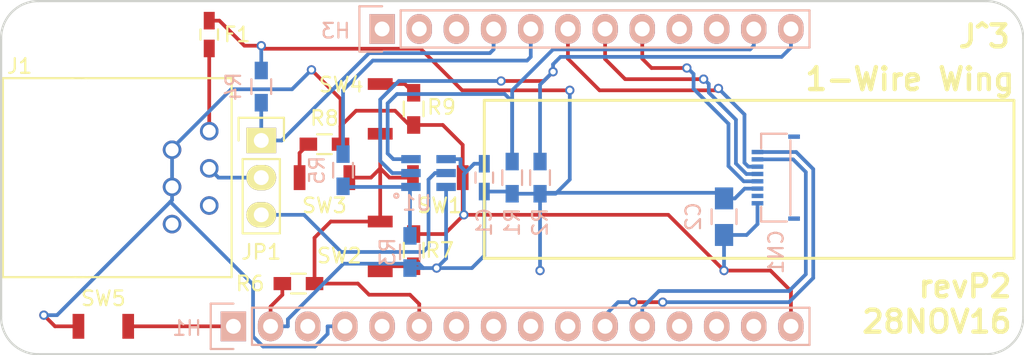
<source format=kicad_pcb>
(kicad_pcb (version 20171130) (host pcbnew "(5.1.12)-1")

  (general
    (thickness 1.6)
    (drawings 15)
    (tracks 228)
    (zones 0)
    (modules 23)
    (nets 38)
  )

  (page A4)
  (layers
    (0 F.Cu signal)
    (31 B.Cu signal)
    (32 B.Adhes user)
    (33 F.Adhes user)
    (34 B.Paste user)
    (35 F.Paste user)
    (36 B.SilkS user)
    (37 F.SilkS user)
    (38 B.Mask user)
    (39 F.Mask user)
    (40 Dwgs.User user)
    (41 Cmts.User user)
    (42 Eco1.User user)
    (43 Eco2.User user)
    (44 Edge.Cuts user)
    (45 Margin user)
    (46 B.CrtYd user)
    (47 F.CrtYd user)
    (48 B.Fab user)
    (49 F.Fab user)
  )

  (setup
    (last_trace_width 0.254)
    (trace_clearance 0.1905)
    (zone_clearance 0.508)
    (zone_45_only no)
    (trace_min 0.127)
    (via_size 0.635)
    (via_drill 0.381)
    (via_min_size 0.6096)
    (via_min_drill 0.3048)
    (uvia_size 0.6096)
    (uvia_drill 0.3048)
    (uvias_allowed no)
    (uvia_min_size 0.2)
    (uvia_min_drill 0.1)
    (edge_width 0.15)
    (segment_width 0.2)
    (pcb_text_width 0.3)
    (pcb_text_size 1.5 1.5)
    (mod_edge_width 0.15)
    (mod_text_size 1 1)
    (mod_text_width 0.15)
    (pad_size 3.81 3.81)
    (pad_drill 2.54)
    (pad_to_mask_clearance 0.2)
    (aux_axis_origin 105.0925 120.9675)
    (grid_origin 105.0925 120.9675)
    (visible_elements 7FFFFF7F)
    (pcbplotparams
      (layerselection 0x010fc_80000001)
      (usegerberextensions false)
      (usegerberattributes true)
      (usegerberadvancedattributes true)
      (creategerberjobfile true)
      (excludeedgelayer true)
      (linewidth 0.150000)
      (plotframeref false)
      (viasonmask false)
      (mode 1)
      (useauxorigin false)
      (hpglpennumber 1)
      (hpglpenspeed 20)
      (hpglpendiameter 15.000000)
      (psnegative false)
      (psa4output false)
      (plotreference true)
      (plotvalue true)
      (plotinvisibletext false)
      (padsonsilk false)
      (subtractmaskfromsilk false)
      (outputformat 1)
      (mirror false)
      (drillshape 0)
      (scaleselection 1)
      (outputdirectory "GERBERS/"))
  )

  (net 0 "")
  (net 1 +3V3)
  (net 2 GND)
  (net 3 /SCLK)
  (net 4 /MOSI)
  (net 5 /CS)
  (net 6 /EXTCOMIN)
  (net 7 /DISP)
  (net 8 "Net-(CN1-Pad7)")
  (net 9 "Net-(F1-Pad2)")
  (net 10 /~RESET)
  (net 11 "Net-(H1-Pad3)")
  (net 12 "Net-(H1-Pad5)")
  (net 13 "Net-(H1-Pad6)")
  (net 14 "Net-(H1-Pad7)")
  (net 15 "Net-(H1-Pad8)")
  (net 16 "Net-(H1-Pad9)")
  (net 17 "Net-(H1-Pad10)")
  (net 18 "Net-(H1-Pad13)")
  (net 19 "Net-(H1-Pad14)")
  (net 20 "Net-(H1-Pad15)")
  (net 21 "Net-(H3-Pad1)")
  (net 22 "Net-(H3-Pad2)")
  (net 23 "Net-(H3-Pad3)")
  (net 24 /OWM)
  (net 25 /~SLPZ)
  (net 26 "Net-(H3-Pad9)")
  (net 27 "Net-(H3-Pad10)")
  (net 28 /SCL)
  (net 29 /SDA)
  (net 30 /1-Wire)
  (net 31 "Net-(JP1-Pad3)")
  (net 32 "Net-(R7-Pad1)")
  (net 33 "Net-(R8-Pad1)")
  (net 34 "Net-(R9-Pad1)")
  (net 35 "Net-(R3-Pad2)")
  (net 36 "Net-(J1-Pad5)")
  (net 37 "Net-(J1-Pad6)")

  (net_class Default "This is the default net class."
    (clearance 0.1905)
    (trace_width 0.254)
    (via_dia 0.635)
    (via_drill 0.381)
    (uvia_dia 0.6096)
    (uvia_drill 0.3048)
    (add_net +3V3)
    (add_net /1-Wire)
    (add_net /CS)
    (add_net /DISP)
    (add_net /EXTCOMIN)
    (add_net /MOSI)
    (add_net /OWM)
    (add_net /SCL)
    (add_net /SCLK)
    (add_net /SDA)
    (add_net /~RESET)
    (add_net /~SLPZ)
    (add_net GND)
    (add_net "Net-(CN1-Pad7)")
    (add_net "Net-(F1-Pad2)")
    (add_net "Net-(H1-Pad10)")
    (add_net "Net-(H1-Pad13)")
    (add_net "Net-(H1-Pad14)")
    (add_net "Net-(H1-Pad15)")
    (add_net "Net-(H1-Pad3)")
    (add_net "Net-(H1-Pad5)")
    (add_net "Net-(H1-Pad6)")
    (add_net "Net-(H1-Pad7)")
    (add_net "Net-(H1-Pad8)")
    (add_net "Net-(H1-Pad9)")
    (add_net "Net-(H3-Pad1)")
    (add_net "Net-(H3-Pad10)")
    (add_net "Net-(H3-Pad2)")
    (add_net "Net-(H3-Pad3)")
    (add_net "Net-(H3-Pad9)")
    (add_net "Net-(J1-Pad5)")
    (add_net "Net-(J1-Pad6)")
    (add_net "Net-(JP1-Pad3)")
    (add_net "Net-(R3-Pad2)")
    (add_net "Net-(R7-Pad1)")
    (add_net "Net-(R8-Pad1)")
    (add_net "Net-(R9-Pad1)")
  )

  (module Capacitors_SMD:C_0603_HandSoldering (layer B.Cu) (tedit 5802820B) (tstamp 5801CDA1)
    (at 138.112 108.902 90)
    (descr "Capacitor SMD 0603, hand soldering")
    (tags "capacitor 0603")
    (path /57F97330)
    (attr smd)
    (fp_text reference C1 (at -3.048 0 90) (layer B.SilkS)
      (effects (font (size 1 1) (thickness 0.15)) (justify mirror))
    )
    (fp_text value 0.1uF (at 0 -1.9 90) (layer B.Fab) hide
      (effects (font (size 1 1) (thickness 0.15)) (justify mirror))
    )
    (fp_line (start -0.8 -0.4) (end -0.8 0.4) (layer B.Fab) (width 0.15))
    (fp_line (start 0.8 -0.4) (end -0.8 -0.4) (layer B.Fab) (width 0.15))
    (fp_line (start 0.8 0.4) (end 0.8 -0.4) (layer B.Fab) (width 0.15))
    (fp_line (start -0.8 0.4) (end 0.8 0.4) (layer B.Fab) (width 0.15))
    (fp_line (start -1.85 0.75) (end 1.85 0.75) (layer B.CrtYd) (width 0.05))
    (fp_line (start -1.85 -0.75) (end 1.85 -0.75) (layer B.CrtYd) (width 0.05))
    (fp_line (start -1.85 0.75) (end -1.85 -0.75) (layer B.CrtYd) (width 0.05))
    (fp_line (start 1.85 0.75) (end 1.85 -0.75) (layer B.CrtYd) (width 0.05))
    (fp_line (start -0.35 0.6) (end 0.35 0.6) (layer B.SilkS) (width 0.15))
    (fp_line (start 0.35 -0.6) (end -0.35 -0.6) (layer B.SilkS) (width 0.15))
    (pad 1 smd rect (at -0.95 0 90) (size 1.2 0.75) (layers B.Cu B.Paste B.Mask)
      (net 1 +3V3))
    (pad 2 smd rect (at 0.95 0 90) (size 1.2 0.75) (layers B.Cu B.Paste B.Mask)
      (net 2 GND))
    (model Capacitors_SMD.3dshapes/C_0603_HandSoldering.wrl
      (at (xyz 0 0 0))
      (scale (xyz 1 1 1))
      (rotate (xyz 0 0 0))
    )
  )

  (module Capacitors_SMD:C_0805_HandSoldering (layer B.Cu) (tedit 58028020) (tstamp 5801CDA7)
    (at 154.496 111.57 270)
    (descr "Capacitor SMD 0805, hand soldering")
    (tags "capacitor 0805")
    (path /57F9E374)
    (attr smd)
    (fp_text reference C2 (at 0 2.1 270) (layer B.SilkS)
      (effects (font (size 1 1) (thickness 0.15)) (justify mirror))
    )
    (fp_text value 2uF (at 0 -2.1 270) (layer B.Fab) hide
      (effects (font (size 1 1) (thickness 0.15)) (justify mirror))
    )
    (fp_line (start -1 -0.625) (end -1 0.625) (layer B.Fab) (width 0.15))
    (fp_line (start 1 -0.625) (end -1 -0.625) (layer B.Fab) (width 0.15))
    (fp_line (start 1 0.625) (end 1 -0.625) (layer B.Fab) (width 0.15))
    (fp_line (start -1 0.625) (end 1 0.625) (layer B.Fab) (width 0.15))
    (fp_line (start -2.3 1) (end 2.3 1) (layer B.CrtYd) (width 0.05))
    (fp_line (start -2.3 -1) (end 2.3 -1) (layer B.CrtYd) (width 0.05))
    (fp_line (start -2.3 1) (end -2.3 -1) (layer B.CrtYd) (width 0.05))
    (fp_line (start 2.3 1) (end 2.3 -1) (layer B.CrtYd) (width 0.05))
    (fp_line (start 0.5 0.85) (end -0.5 0.85) (layer B.SilkS) (width 0.15))
    (fp_line (start -0.5 -0.85) (end 0.5 -0.85) (layer B.SilkS) (width 0.15))
    (pad 1 smd rect (at -1.25 0 270) (size 1.5 1.25) (layers B.Cu B.Paste B.Mask)
      (net 1 +3V3))
    (pad 2 smd rect (at 1.25 0 270) (size 1.5 1.25) (layers B.Cu B.Paste B.Mask)
      (net 2 GND))
    (model Capacitors_SMD.3dshapes/C_0805_HandSoldering.wrl
      (at (xyz 0 0 0))
      (scale (xyz 1 1 1))
      (rotate (xyz 0 0 0))
    )
  )

  (module "HIROSE_Connectors:HIROSE_FH19C-8S-0.5SH(05)" (layer B.Cu) (tedit 5802846D) (tstamp 5801CDB5)
    (at 156.782 108.902 270)
    (path /57F9DEDF)
    (fp_text reference CN1 (at 5.08 -1.27 270) (layer B.SilkS)
      (effects (font (size 1 1) (thickness 0.15)) (justify mirror))
    )
    (fp_text value CONN_01X08 (at 0 3.5 270) (layer B.Fab) hide
      (effects (font (size 1 1) (thickness 0.15)) (justify mirror))
    )
    (fp_line (start -2.55 -2.25) (end 2.55 -2.25) (layer B.SilkS) (width 0.15))
    (fp_line (start 3 -0.25) (end 3 -2) (layer B.SilkS) (width 0.15))
    (fp_line (start -3 -0.25) (end -3 -2) (layer B.SilkS) (width 0.15))
    (fp_line (start 3 -0.25) (end 2 -0.25) (layer B.SilkS) (width 0.15))
    (fp_line (start -3 -0.25) (end -2 -0.25) (layer B.SilkS) (width 0.15))
    (pad 1 smd rect (at -1.75 0 270) (size 0.3 0.8) (layers B.Cu B.Paste B.Mask)
      (net 3 /SCLK))
    (pad 2 smd rect (at -1.25 0 270) (size 0.3 0.8) (layers B.Cu B.Paste B.Mask)
      (net 4 /MOSI))
    (pad 3 smd rect (at -0.75 0 270) (size 0.3 0.8) (layers B.Cu B.Paste B.Mask)
      (net 5 /CS))
    (pad 4 smd rect (at -0.25 0 270) (size 0.3 0.8) (layers B.Cu B.Paste B.Mask)
      (net 6 /EXTCOMIN))
    (pad 5 smd rect (at 0.25 0 270) (size 0.3 0.8) (layers B.Cu B.Paste B.Mask)
      (net 7 /DISP))
    (pad 6 smd rect (at 0.75 0 270) (size 0.3 0.8) (layers B.Cu B.Paste B.Mask)
      (net 1 +3V3))
    (pad 7 smd rect (at 1.25 0 270) (size 0.3 0.8) (layers B.Cu B.Paste B.Mask)
      (net 8 "Net-(CN1-Pad7)"))
    (pad 8 smd rect (at 1.75 0 270) (size 0.3 0.8) (layers B.Cu B.Paste B.Mask)
      (net 2 GND))
    (pad "" smd rect (at -2.8 -2.5 270) (size 0.3 0.8) (layers B.Cu B.Paste B.Mask))
    (pad "" smd rect (at 2.8 -2.5 270) (size 0.3 0.8) (layers B.Cu B.Paste B.Mask))
  )

  (module Capacitors_SMD:C_0603_HandSoldering (layer F.Cu) (tedit 58028C7C) (tstamp 5801CDBB)
    (at 119.316 99.1235 270)
    (descr "Capacitor SMD 0603, hand soldering")
    (tags "capacitor 0603")
    (path /57F9D631)
    (attr smd)
    (fp_text reference F1 (at 0 -1.9) (layer F.SilkS)
      (effects (font (size 1 1) (thickness 0.15)))
    )
    (fp_text value FUSE (at 0 1.9 270) (layer F.Fab) hide
      (effects (font (size 1 1) (thickness 0.15)))
    )
    (fp_line (start -0.8 0.4) (end -0.8 -0.4) (layer F.Fab) (width 0.15))
    (fp_line (start 0.8 0.4) (end -0.8 0.4) (layer F.Fab) (width 0.15))
    (fp_line (start 0.8 -0.4) (end 0.8 0.4) (layer F.Fab) (width 0.15))
    (fp_line (start -0.8 -0.4) (end 0.8 -0.4) (layer F.Fab) (width 0.15))
    (fp_line (start -1.85 -0.75) (end 1.85 -0.75) (layer F.CrtYd) (width 0.05))
    (fp_line (start -1.85 0.75) (end 1.85 0.75) (layer F.CrtYd) (width 0.05))
    (fp_line (start -1.85 -0.75) (end -1.85 0.75) (layer F.CrtYd) (width 0.05))
    (fp_line (start 1.85 -0.75) (end 1.85 0.75) (layer F.CrtYd) (width 0.05))
    (fp_line (start -0.35 -0.6) (end 0.35 -0.6) (layer F.SilkS) (width 0.15))
    (fp_line (start 0.35 0.6) (end -0.35 0.6) (layer F.SilkS) (width 0.15))
    (pad 1 smd rect (at -0.95 0 270) (size 1.2 0.75) (layers F.Cu F.Paste F.Mask)
      (net 1 +3V3))
    (pad 2 smd rect (at 0.95 0 270) (size 1.2 0.75) (layers F.Cu F.Paste F.Mask)
      (net 9 "Net-(F1-Pad2)"))
    (model Capacitors_SMD.3dshapes/C_0603_HandSoldering.wrl
      (at (xyz 0 0 0))
      (scale (xyz 1 1 1))
      (rotate (xyz 0 0 0))
    )
  )

  (module Pin_Headers:Pin_Header_Straight_1x16 (layer B.Cu) (tedit 58028CB9) (tstamp 5801CDCF)
    (at 120.968 119.062 270)
    (descr "Through hole pin header")
    (tags "pin header")
    (path /57F96864)
    (fp_text reference H1 (at 0.127 3.175 180) (layer B.SilkS)
      (effects (font (size 1 1) (thickness 0.15)) (justify mirror))
    )
    (fp_text value CONN_01X16 (at 0 3.1 270) (layer B.Fab) hide
      (effects (font (size 1 1) (thickness 0.15)) (justify mirror))
    )
    (fp_line (start -1.75 1.75) (end -1.75 -39.85) (layer B.CrtYd) (width 0.05))
    (fp_line (start 1.75 1.75) (end 1.75 -39.85) (layer B.CrtYd) (width 0.05))
    (fp_line (start -1.75 1.75) (end 1.75 1.75) (layer B.CrtYd) (width 0.05))
    (fp_line (start -1.75 -39.85) (end 1.75 -39.85) (layer B.CrtYd) (width 0.05))
    (fp_line (start -1.27 -1.27) (end -1.27 -39.37) (layer B.SilkS) (width 0.15))
    (fp_line (start -1.27 -39.37) (end 1.27 -39.37) (layer B.SilkS) (width 0.15))
    (fp_line (start 1.27 -39.37) (end 1.27 -1.27) (layer B.SilkS) (width 0.15))
    (fp_line (start 1.55 1.55) (end 1.55 0) (layer B.SilkS) (width 0.15))
    (fp_line (start 1.27 -1.27) (end -1.27 -1.27) (layer B.SilkS) (width 0.15))
    (fp_line (start -1.55 0) (end -1.55 1.55) (layer B.SilkS) (width 0.15))
    (fp_line (start -1.55 1.55) (end 1.55 1.55) (layer B.SilkS) (width 0.15))
    (pad 1 thru_hole rect (at 0 0 270) (size 2.032 1.7272) (drill 1.016) (layers *.Cu *.Mask B.SilkS)
      (net 10 /~RESET))
    (pad 2 thru_hole oval (at 0 -2.54 270) (size 2.032 1.7272) (drill 1.016) (layers *.Cu *.Mask B.SilkS)
      (net 1 +3V3))
    (pad 3 thru_hole oval (at 0 -5.08 270) (size 2.032 1.7272) (drill 1.016) (layers *.Cu *.Mask B.SilkS)
      (net 11 "Net-(H1-Pad3)"))
    (pad 4 thru_hole oval (at 0 -7.62 270) (size 2.032 1.7272) (drill 1.016) (layers *.Cu *.Mask B.SilkS)
      (net 2 GND))
    (pad 5 thru_hole oval (at 0 -10.16 270) (size 2.032 1.7272) (drill 1.016) (layers *.Cu *.Mask B.SilkS)
      (net 12 "Net-(H1-Pad5)"))
    (pad 6 thru_hole oval (at 0 -12.7 270) (size 2.032 1.7272) (drill 1.016) (layers *.Cu *.Mask B.SilkS)
      (net 13 "Net-(H1-Pad6)"))
    (pad 7 thru_hole oval (at 0 -15.24 270) (size 2.032 1.7272) (drill 1.016) (layers *.Cu *.Mask B.SilkS)
      (net 14 "Net-(H1-Pad7)"))
    (pad 8 thru_hole oval (at 0 -17.78 270) (size 2.032 1.7272) (drill 1.016) (layers *.Cu *.Mask B.SilkS)
      (net 15 "Net-(H1-Pad8)"))
    (pad 9 thru_hole oval (at 0 -20.32 270) (size 2.032 1.7272) (drill 1.016) (layers *.Cu *.Mask B.SilkS)
      (net 16 "Net-(H1-Pad9)"))
    (pad 10 thru_hole oval (at 0 -22.86 270) (size 2.032 1.7272) (drill 1.016) (layers *.Cu *.Mask B.SilkS)
      (net 17 "Net-(H1-Pad10)"))
    (pad 11 thru_hole oval (at 0 -25.4 270) (size 2.032 1.7272) (drill 1.016) (layers *.Cu *.Mask B.SilkS)
      (net 3 /SCLK))
    (pad 12 thru_hole oval (at 0 -27.94 270) (size 2.032 1.7272) (drill 1.016) (layers *.Cu *.Mask B.SilkS)
      (net 4 /MOSI))
    (pad 13 thru_hole oval (at 0 -30.48 270) (size 2.032 1.7272) (drill 1.016) (layers *.Cu *.Mask B.SilkS)
      (net 18 "Net-(H1-Pad13)"))
    (pad 14 thru_hole oval (at 0 -33.02 270) (size 2.032 1.7272) (drill 1.016) (layers *.Cu *.Mask B.SilkS)
      (net 19 "Net-(H1-Pad14)"))
    (pad 15 thru_hole oval (at 0 -35.56 270) (size 2.032 1.7272) (drill 1.016) (layers *.Cu *.Mask B.SilkS)
      (net 20 "Net-(H1-Pad15)"))
    (pad 16 thru_hole oval (at 0 -38.1 270) (size 2.032 1.7272) (drill 1.016) (layers *.Cu *.Mask B.SilkS)
      (net 2 GND))
    (model Pin_Headers.3dshapes/Pin_Header_Straight_1x16.wrl
      (offset (xyz 0 -19.04999971389771 0))
      (scale (xyz 1 1 1))
      (rotate (xyz 0 0 90))
    )
  )

  (module Pin_Headers:Pin_Header_Straight_1x12 (layer B.Cu) (tedit 58028CC3) (tstamp 5801CDDF)
    (at 131.128 98.7425 270)
    (descr "Through hole pin header")
    (tags "pin header")
    (path /57F96A6F)
    (fp_text reference H3 (at 0.127 3.175 180) (layer B.SilkS)
      (effects (font (size 1 1) (thickness 0.15)) (justify mirror))
    )
    (fp_text value CONN_01X12 (at 0 3.1 270) (layer B.Fab) hide
      (effects (font (size 1 1) (thickness 0.15)) (justify mirror))
    )
    (fp_line (start -1.75 1.75) (end -1.75 -29.7) (layer B.CrtYd) (width 0.05))
    (fp_line (start 1.75 1.75) (end 1.75 -29.7) (layer B.CrtYd) (width 0.05))
    (fp_line (start -1.75 1.75) (end 1.75 1.75) (layer B.CrtYd) (width 0.05))
    (fp_line (start -1.75 -29.7) (end 1.75 -29.7) (layer B.CrtYd) (width 0.05))
    (fp_line (start 1.27 -1.27) (end 1.27 -29.21) (layer B.SilkS) (width 0.15))
    (fp_line (start 1.27 -29.21) (end -1.27 -29.21) (layer B.SilkS) (width 0.15))
    (fp_line (start -1.27 -29.21) (end -1.27 -1.27) (layer B.SilkS) (width 0.15))
    (fp_line (start 1.55 1.55) (end 1.55 0) (layer B.SilkS) (width 0.15))
    (fp_line (start 1.27 -1.27) (end -1.27 -1.27) (layer B.SilkS) (width 0.15))
    (fp_line (start -1.55 0) (end -1.55 1.55) (layer B.SilkS) (width 0.15))
    (fp_line (start -1.55 1.55) (end 1.55 1.55) (layer B.SilkS) (width 0.15))
    (pad 1 thru_hole rect (at 0 0 270) (size 2.032 1.7272) (drill 1.016) (layers *.Cu *.Mask B.SilkS)
      (net 21 "Net-(H3-Pad1)"))
    (pad 2 thru_hole oval (at 0 -2.54 270) (size 2.032 1.7272) (drill 1.016) (layers *.Cu *.Mask B.SilkS)
      (net 22 "Net-(H3-Pad2)"))
    (pad 3 thru_hole oval (at 0 -5.08 270) (size 2.032 1.7272) (drill 1.016) (layers *.Cu *.Mask B.SilkS)
      (net 23 "Net-(H3-Pad3)"))
    (pad 4 thru_hole oval (at 0 -7.62 270) (size 2.032 1.7272) (drill 1.016) (layers *.Cu *.Mask B.SilkS)
      (net 24 /OWM))
    (pad 5 thru_hole oval (at 0 -10.16 270) (size 2.032 1.7272) (drill 1.016) (layers *.Cu *.Mask B.SilkS)
      (net 25 /~SLPZ))
    (pad 6 thru_hole oval (at 0 -12.7 270) (size 2.032 1.7272) (drill 1.016) (layers *.Cu *.Mask B.SilkS)
      (net 5 /CS))
    (pad 7 thru_hole oval (at 0 -15.24 270) (size 2.032 1.7272) (drill 1.016) (layers *.Cu *.Mask B.SilkS)
      (net 6 /EXTCOMIN))
    (pad 8 thru_hole oval (at 0 -17.78 270) (size 2.032 1.7272) (drill 1.016) (layers *.Cu *.Mask B.SilkS)
      (net 7 /DISP))
    (pad 9 thru_hole oval (at 0 -20.32 270) (size 2.032 1.7272) (drill 1.016) (layers *.Cu *.Mask B.SilkS)
      (net 26 "Net-(H3-Pad9)"))
    (pad 10 thru_hole oval (at 0 -22.86 270) (size 2.032 1.7272) (drill 1.016) (layers *.Cu *.Mask B.SilkS)
      (net 27 "Net-(H3-Pad10)"))
    (pad 11 thru_hole oval (at 0 -25.4 270) (size 2.032 1.7272) (drill 1.016) (layers *.Cu *.Mask B.SilkS)
      (net 28 /SCL))
    (pad 12 thru_hole oval (at 0 -27.94 270) (size 2.032 1.7272) (drill 1.016) (layers *.Cu *.Mask B.SilkS)
      (net 29 /SDA))
    (model Pin_Headers.3dshapes/Pin_Header_Straight_1x12.wrl
      (offset (xyz 0 -13.96999979019165 0))
      (scale (xyz 1 1 1))
      (rotate (xyz 0 0 90))
    )
  )

  (module Pin_Headers:Pin_Header_Straight_1x03 (layer F.Cu) (tedit 58026AC8) (tstamp 5801CDE6)
    (at 122.872 106.362)
    (descr "Through hole pin header")
    (tags "pin header")
    (path /57F97A43)
    (fp_text reference JP1 (at 0 7.62) (layer F.SilkS)
      (effects (font (size 1 1) (thickness 0.15)))
    )
    (fp_text value CONN_01X03 (at 0 -3.1) (layer F.Fab) hide
      (effects (font (size 1 1) (thickness 0.15)))
    )
    (fp_line (start -1.75 -1.75) (end -1.75 6.85) (layer F.CrtYd) (width 0.05))
    (fp_line (start 1.75 -1.75) (end 1.75 6.85) (layer F.CrtYd) (width 0.05))
    (fp_line (start -1.75 -1.75) (end 1.75 -1.75) (layer F.CrtYd) (width 0.05))
    (fp_line (start -1.75 6.85) (end 1.75 6.85) (layer F.CrtYd) (width 0.05))
    (fp_line (start -1.27 1.27) (end -1.27 6.35) (layer F.SilkS) (width 0.15))
    (fp_line (start -1.27 6.35) (end 1.27 6.35) (layer F.SilkS) (width 0.15))
    (fp_line (start 1.27 6.35) (end 1.27 1.27) (layer F.SilkS) (width 0.15))
    (fp_line (start 1.55 -1.55) (end 1.55 0) (layer F.SilkS) (width 0.15))
    (fp_line (start 1.27 1.27) (end -1.27 1.27) (layer F.SilkS) (width 0.15))
    (fp_line (start -1.55 0) (end -1.55 -1.55) (layer F.SilkS) (width 0.15))
    (fp_line (start -1.55 -1.55) (end 1.55 -1.55) (layer F.SilkS) (width 0.15))
    (pad 1 thru_hole rect (at 0 0) (size 2.032 1.7272) (drill 1.016) (layers *.Cu *.Mask F.SilkS)
      (net 24 /OWM))
    (pad 2 thru_hole oval (at 0 2.54) (size 2.032 1.7272) (drill 1.016) (layers *.Cu *.Mask F.SilkS)
      (net 30 /1-Wire))
    (pad 3 thru_hole oval (at 0 5.08) (size 2.032 1.7272) (drill 1.016) (layers *.Cu *.Mask F.SilkS)
      (net 31 "Net-(JP1-Pad3)"))
    (model Pin_Headers.3dshapes/Pin_Header_Straight_1x03.wrl
      (offset (xyz 0 -2.539999961853027 0))
      (scale (xyz 1 1 1))
      (rotate (xyz 0 0 90))
    )
  )

  (module Resistors_SMD:R_0603_HandSoldering (layer B.Cu) (tedit 580281D7) (tstamp 5801CDEC)
    (at 140.018 108.902 90)
    (descr "Resistor SMD 0603, hand soldering")
    (tags "resistor 0603")
    (path /57F97D01)
    (attr smd)
    (fp_text reference R1 (at -3.048 0 90) (layer B.SilkS)
      (effects (font (size 1 1) (thickness 0.15)) (justify mirror))
    )
    (fp_text value 3.3K (at 0 -1.9 90) (layer B.Fab) hide
      (effects (font (size 1 1) (thickness 0.15)) (justify mirror))
    )
    (fp_line (start -2 0.8) (end 2 0.8) (layer B.CrtYd) (width 0.05))
    (fp_line (start -2 -0.8) (end 2 -0.8) (layer B.CrtYd) (width 0.05))
    (fp_line (start -2 0.8) (end -2 -0.8) (layer B.CrtYd) (width 0.05))
    (fp_line (start 2 0.8) (end 2 -0.8) (layer B.CrtYd) (width 0.05))
    (fp_line (start 0.5 -0.675) (end -0.5 -0.675) (layer B.SilkS) (width 0.15))
    (fp_line (start -0.5 0.675) (end 0.5 0.675) (layer B.SilkS) (width 0.15))
    (pad 1 smd rect (at -1.1 0 90) (size 1.2 0.9) (layers B.Cu B.Paste B.Mask)
      (net 1 +3V3))
    (pad 2 smd rect (at 1.1 0 90) (size 1.2 0.9) (layers B.Cu B.Paste B.Mask)
      (net 28 /SCL))
    (model Resistors_SMD.3dshapes/R_0603_HandSoldering.wrl
      (at (xyz 0 0 0))
      (scale (xyz 1 1 1))
      (rotate (xyz 0 0 0))
    )
  )

  (module Resistors_SMD:R_0603_HandSoldering (layer B.Cu) (tedit 580281E7) (tstamp 5801CDF2)
    (at 141.922 108.902 90)
    (descr "Resistor SMD 0603, hand soldering")
    (tags "resistor 0603")
    (path /57F97D54)
    (attr smd)
    (fp_text reference R2 (at -3.048 0 90) (layer B.SilkS)
      (effects (font (size 1 1) (thickness 0.15)) (justify mirror))
    )
    (fp_text value 3.3K (at 0 -1.9 90) (layer B.Fab) hide
      (effects (font (size 1 1) (thickness 0.15)) (justify mirror))
    )
    (fp_line (start -2 0.8) (end 2 0.8) (layer B.CrtYd) (width 0.05))
    (fp_line (start -2 -0.8) (end 2 -0.8) (layer B.CrtYd) (width 0.05))
    (fp_line (start -2 0.8) (end -2 -0.8) (layer B.CrtYd) (width 0.05))
    (fp_line (start 2 0.8) (end 2 -0.8) (layer B.CrtYd) (width 0.05))
    (fp_line (start 0.5 -0.675) (end -0.5 -0.675) (layer B.SilkS) (width 0.15))
    (fp_line (start -0.5 0.675) (end 0.5 0.675) (layer B.SilkS) (width 0.15))
    (pad 1 smd rect (at -1.1 0 90) (size 1.2 0.9) (layers B.Cu B.Paste B.Mask)
      (net 1 +3V3))
    (pad 2 smd rect (at 1.1 0 90) (size 1.2 0.9) (layers B.Cu B.Paste B.Mask)
      (net 29 /SDA))
    (model Resistors_SMD.3dshapes/R_0603_HandSoldering.wrl
      (at (xyz 0 0 0))
      (scale (xyz 1 1 1))
      (rotate (xyz 0 0 0))
    )
  )

  (module Resistors_SMD:R_0603_HandSoldering (layer B.Cu) (tedit 5802824C) (tstamp 5801CDF8)
    (at 133.032 113.982 90)
    (descr "Resistor SMD 0603, hand soldering")
    (tags "resistor 0603")
    (path /57F9A1E4)
    (attr smd)
    (fp_text reference R3 (at 0 -1.524 90) (layer B.SilkS)
      (effects (font (size 1 1) (thickness 0.15)) (justify mirror))
    )
    (fp_text value 2.2K (at 0 -1.9 90) (layer B.Fab) hide
      (effects (font (size 1 1) (thickness 0.15)) (justify mirror))
    )
    (fp_line (start -2 0.8) (end 2 0.8) (layer B.CrtYd) (width 0.05))
    (fp_line (start -2 -0.8) (end 2 -0.8) (layer B.CrtYd) (width 0.05))
    (fp_line (start -2 0.8) (end -2 -0.8) (layer B.CrtYd) (width 0.05))
    (fp_line (start 2 0.8) (end 2 -0.8) (layer B.CrtYd) (width 0.05))
    (fp_line (start 0.5 -0.675) (end -0.5 -0.675) (layer B.SilkS) (width 0.15))
    (fp_line (start -0.5 0.675) (end 0.5 0.675) (layer B.SilkS) (width 0.15))
    (pad 1 smd rect (at -1.1 0 90) (size 1.2 0.9) (layers B.Cu B.Paste B.Mask)
      (net 1 +3V3))
    (pad 2 smd rect (at 1.1 0 90) (size 1.2 0.9) (layers B.Cu B.Paste B.Mask)
      (net 35 "Net-(R3-Pad2)"))
    (model Resistors_SMD.3dshapes/R_0603_HandSoldering.wrl
      (at (xyz 0 0 0))
      (scale (xyz 1 1 1))
      (rotate (xyz 0 0 0))
    )
  )

  (module Resistors_SMD:R_0603_HandSoldering (layer B.Cu) (tedit 580280CD) (tstamp 5801CDFE)
    (at 122.872 102.68 270)
    (descr "Resistor SMD 0603, hand soldering")
    (tags "resistor 0603")
    (path /57F98A20)
    (attr smd)
    (fp_text reference R4 (at 0 1.9 270) (layer B.SilkS)
      (effects (font (size 1 1) (thickness 0.15)) (justify mirror))
    )
    (fp_text value 1K (at 0 -1.9 270) (layer B.Fab) hide
      (effects (font (size 1 1) (thickness 0.15)) (justify mirror))
    )
    (fp_line (start -2 0.8) (end 2 0.8) (layer B.CrtYd) (width 0.05))
    (fp_line (start -2 -0.8) (end 2 -0.8) (layer B.CrtYd) (width 0.05))
    (fp_line (start -2 0.8) (end -2 -0.8) (layer B.CrtYd) (width 0.05))
    (fp_line (start 2 0.8) (end 2 -0.8) (layer B.CrtYd) (width 0.05))
    (fp_line (start 0.5 -0.675) (end -0.5 -0.675) (layer B.SilkS) (width 0.15))
    (fp_line (start -0.5 0.675) (end 0.5 0.675) (layer B.SilkS) (width 0.15))
    (pad 1 smd rect (at -1.1 0 270) (size 1.2 0.9) (layers B.Cu B.Paste B.Mask)
      (net 1 +3V3))
    (pad 2 smd rect (at 1.1 0 270) (size 1.2 0.9) (layers B.Cu B.Paste B.Mask)
      (net 24 /OWM))
    (model Resistors_SMD.3dshapes/R_0603_HandSoldering.wrl
      (at (xyz 0 0 0))
      (scale (xyz 1 1 1))
      (rotate (xyz 0 0 0))
    )
  )

  (module Resistors_SMD:R_0603_HandSoldering (layer B.Cu) (tedit 58028295) (tstamp 5801CE04)
    (at 128.46 108.394 90)
    (descr "Resistor SMD 0603, hand soldering")
    (tags "resistor 0603")
    (path /57F994CB)
    (attr smd)
    (fp_text reference R5 (at 0 -1.778 90) (layer B.SilkS)
      (effects (font (size 1 1) (thickness 0.15)) (justify mirror))
    )
    (fp_text value DNI (at 0 -1.9 90) (layer B.Fab) hide
      (effects (font (size 1 1) (thickness 0.15)) (justify mirror))
    )
    (fp_line (start -2 0.8) (end 2 0.8) (layer B.CrtYd) (width 0.05))
    (fp_line (start -2 -0.8) (end 2 -0.8) (layer B.CrtYd) (width 0.05))
    (fp_line (start -2 0.8) (end -2 -0.8) (layer B.CrtYd) (width 0.05))
    (fp_line (start 2 0.8) (end 2 -0.8) (layer B.CrtYd) (width 0.05))
    (fp_line (start 0.5 -0.675) (end -0.5 -0.675) (layer B.SilkS) (width 0.15))
    (fp_line (start -0.5 0.675) (end 0.5 0.675) (layer B.SilkS) (width 0.15))
    (pad 1 smd rect (at -1.1 0 90) (size 1.2 0.9) (layers B.Cu B.Paste B.Mask)
      (net 35 "Net-(R3-Pad2)"))
    (pad 2 smd rect (at 1.1 0 90) (size 1.2 0.9) (layers B.Cu B.Paste B.Mask)
      (net 25 /~SLPZ))
    (model Resistors_SMD.3dshapes/R_0603_HandSoldering.wrl
      (at (xyz 0 0 0))
      (scale (xyz 1 1 1))
      (rotate (xyz 0 0 0))
    )
  )

  (module Resistors_SMD:R_0603_HandSoldering (layer F.Cu) (tedit 58028CE8) (tstamp 5801CE0A)
    (at 125.412 116.142)
    (descr "Resistor SMD 0603, hand soldering")
    (tags "resistor 0603")
    (path /58018C96)
    (attr smd)
    (fp_text reference R6 (at -3.302 0 180) (layer F.SilkS)
      (effects (font (size 1 1) (thickness 0.15)))
    )
    (fp_text value 10K (at 0 1.9) (layer F.Fab) hide
      (effects (font (size 1 1) (thickness 0.15)))
    )
    (fp_line (start -2 -0.8) (end 2 -0.8) (layer F.CrtYd) (width 0.05))
    (fp_line (start -2 0.8) (end 2 0.8) (layer F.CrtYd) (width 0.05))
    (fp_line (start -2 -0.8) (end -2 0.8) (layer F.CrtYd) (width 0.05))
    (fp_line (start 2 -0.8) (end 2 0.8) (layer F.CrtYd) (width 0.05))
    (fp_line (start 0.5 0.675) (end -0.5 0.675) (layer F.SilkS) (width 0.15))
    (fp_line (start -0.5 -0.675) (end 0.5 -0.675) (layer F.SilkS) (width 0.15))
    (pad 1 smd rect (at -1.1 0) (size 1.2 0.9) (layers F.Cu F.Paste F.Mask)
      (net 1 +3V3))
    (pad 2 smd rect (at 1.1 0) (size 1.2 0.9) (layers F.Cu F.Paste F.Mask)
      (net 13 "Net-(H1-Pad6)"))
    (model Resistors_SMD.3dshapes/R_0603_HandSoldering.wrl
      (at (xyz 0 0 0))
      (scale (xyz 1 1 1))
      (rotate (xyz 0 0 0))
    )
  )

  (module Resistors_SMD:R_0603_HandSoldering (layer F.Cu) (tedit 58028D26) (tstamp 5801CE10)
    (at 133.286 113.856 90)
    (descr "Resistor SMD 0603, hand soldering")
    (tags "resistor 0603")
    (path /58018D62)
    (attr smd)
    (fp_text reference R7 (at 0 1.778 180) (layer F.SilkS)
      (effects (font (size 1 1) (thickness 0.15)))
    )
    (fp_text value 3.3K (at 0 1.9 90) (layer F.Fab) hide
      (effects (font (size 1 1) (thickness 0.15)))
    )
    (fp_line (start -2 -0.8) (end 2 -0.8) (layer F.CrtYd) (width 0.05))
    (fp_line (start -2 0.8) (end 2 0.8) (layer F.CrtYd) (width 0.05))
    (fp_line (start -2 -0.8) (end -2 0.8) (layer F.CrtYd) (width 0.05))
    (fp_line (start 2 -0.8) (end 2 0.8) (layer F.CrtYd) (width 0.05))
    (fp_line (start 0.5 0.675) (end -0.5 0.675) (layer F.SilkS) (width 0.15))
    (fp_line (start -0.5 -0.675) (end 0.5 -0.675) (layer F.SilkS) (width 0.15))
    (pad 1 smd rect (at -1.1 0 90) (size 1.2 0.9) (layers F.Cu F.Paste F.Mask)
      (net 32 "Net-(R7-Pad1)"))
    (pad 2 smd rect (at 1.1 0 90) (size 1.2 0.9) (layers F.Cu F.Paste F.Mask)
      (net 2 GND))
    (model Resistors_SMD.3dshapes/R_0603_HandSoldering.wrl
      (at (xyz 0 0 0))
      (scale (xyz 1 1 1))
      (rotate (xyz 0 0 0))
    )
  )

  (module Resistors_SMD:R_0603_HandSoldering (layer F.Cu) (tedit 58028EC3) (tstamp 5801CE16)
    (at 127.19 106.616)
    (descr "Resistor SMD 0603, hand soldering")
    (tags "resistor 0603")
    (path /58018DAB)
    (attr smd)
    (fp_text reference R8 (at 0 -1.778 180) (layer F.SilkS)
      (effects (font (size 1 1) (thickness 0.15)))
    )
    (fp_text value 10K (at 0 1.9) (layer F.Fab) hide
      (effects (font (size 1 1) (thickness 0.15)))
    )
    (fp_line (start -2 -0.8) (end 2 -0.8) (layer F.CrtYd) (width 0.05))
    (fp_line (start -2 0.8) (end 2 0.8) (layer F.CrtYd) (width 0.05))
    (fp_line (start -2 -0.8) (end -2 0.8) (layer F.CrtYd) (width 0.05))
    (fp_line (start 2 -0.8) (end 2 0.8) (layer F.CrtYd) (width 0.05))
    (fp_line (start 0.5 0.675) (end -0.5 0.675) (layer F.SilkS) (width 0.15))
    (fp_line (start -0.5 -0.675) (end 0.5 -0.675) (layer F.SilkS) (width 0.15))
    (pad 1 smd rect (at -1.1 0) (size 1.2 0.9) (layers F.Cu F.Paste F.Mask)
      (net 33 "Net-(R8-Pad1)"))
    (pad 2 smd rect (at 1.1 0) (size 1.2 0.9) (layers F.Cu F.Paste F.Mask)
      (net 2 GND))
    (model Resistors_SMD.3dshapes/R_0603_HandSoldering.wrl
      (at (xyz 0 0 0))
      (scale (xyz 1 1 1))
      (rotate (xyz 0 0 0))
    )
  )

  (module Resistors_SMD:R_0603_HandSoldering (layer F.Cu) (tedit 58028EB5) (tstamp 5801CE1C)
    (at 133.286 104.204 270)
    (descr "Resistor SMD 0603, hand soldering")
    (tags "resistor 0603")
    (path /5801DEB4)
    (attr smd)
    (fp_text reference R9 (at -0.127 -1.905 180) (layer F.SilkS)
      (effects (font (size 1 1) (thickness 0.15)))
    )
    (fp_text value 33K (at 0 1.9 270) (layer F.Fab) hide
      (effects (font (size 1 1) (thickness 0.15)))
    )
    (fp_line (start -2 -0.8) (end 2 -0.8) (layer F.CrtYd) (width 0.05))
    (fp_line (start -2 0.8) (end 2 0.8) (layer F.CrtYd) (width 0.05))
    (fp_line (start -2 -0.8) (end -2 0.8) (layer F.CrtYd) (width 0.05))
    (fp_line (start 2 -0.8) (end 2 0.8) (layer F.CrtYd) (width 0.05))
    (fp_line (start 0.5 0.675) (end -0.5 0.675) (layer F.SilkS) (width 0.15))
    (fp_line (start -0.5 -0.675) (end 0.5 -0.675) (layer F.SilkS) (width 0.15))
    (pad 1 smd rect (at -1.1 0 270) (size 1.2 0.9) (layers F.Cu F.Paste F.Mask)
      (net 34 "Net-(R9-Pad1)"))
    (pad 2 smd rect (at 1.1 0 270) (size 1.2 0.9) (layers F.Cu F.Paste F.Mask)
      (net 2 GND))
    (model Resistors_SMD.3dshapes/R_0603_HandSoldering.wrl
      (at (xyz 0 0 0))
      (scale (xyz 1 1 1))
      (rotate (xyz 0 0 0))
    )
  )

  (module OMRON_PushButtons:OMRON_B3U-1000P (layer F.Cu) (tedit 58028CFE) (tstamp 5801CE22)
    (at 134.938 108.902 180)
    (path /580171A3)
    (fp_text reference SW1 (at -0.127 -1.905) (layer F.SilkS)
      (effects (font (size 1 1) (thickness 0.15)))
    )
    (fp_text value SW_PUSH_SMALL_H (at 0.55 -3.9 180) (layer F.Fab) hide
      (effects (font (size 1 1) (thickness 0.15)))
    )
    (pad 1 smd rect (at -1.7 0 180) (size 0.8 1.7) (layers F.Cu F.Paste F.Mask)
      (net 2 GND))
    (pad 2 smd rect (at 1.7 0 180) (size 0.8 1.7) (layers F.Cu F.Paste F.Mask)
      (net 13 "Net-(H1-Pad6)"))
  )

  (module OMRON_PushButtons:OMRON_B3U-1000P (layer F.Cu) (tedit 58028E2B) (tstamp 5801CE28)
    (at 131 113.602 90)
    (path /5801726F)
    (fp_text reference SW2 (at -0.635 -2.794 180) (layer F.SilkS)
      (effects (font (size 1 1) (thickness 0.15)))
    )
    (fp_text value SW_PUSH_SMALL_H (at 0.55 -3.9 90) (layer F.Fab) hide
      (effects (font (size 1 1) (thickness 0.15)))
    )
    (pad 1 smd rect (at -1.7 0 90) (size 0.8 1.7) (layers F.Cu F.Paste F.Mask)
      (net 32 "Net-(R7-Pad1)"))
    (pad 2 smd rect (at 1.7 0 90) (size 0.8 1.7) (layers F.Cu F.Paste F.Mask)
      (net 13 "Net-(H1-Pad6)"))
  )

  (module OMRON_PushButtons:OMRON_B3U-1000P (layer F.Cu) (tedit 58028DF0) (tstamp 5801CE2E)
    (at 127.19 108.902)
    (path /58017214)
    (fp_text reference SW3 (at 0 1.905 180) (layer F.SilkS)
      (effects (font (size 1 1) (thickness 0.15)))
    )
    (fp_text value SW_PUSH_SMALL_H (at 0.55 -3.9) (layer F.Fab) hide
      (effects (font (size 1 1) (thickness 0.15)))
    )
    (pad 1 smd rect (at -1.7 0) (size 0.8 1.7) (layers F.Cu F.Paste F.Mask)
      (net 33 "Net-(R8-Pad1)"))
    (pad 2 smd rect (at 1.7 0) (size 0.8 1.7) (layers F.Cu F.Paste F.Mask)
      (net 13 "Net-(H1-Pad6)"))
  )

  (module OMRON_PushButtons:OMRON_B3U-1000P (layer F.Cu) (tedit 58028E24) (tstamp 5801CE34)
    (at 131 104.204 270)
    (path /580172CE)
    (fp_text reference SW4 (at -1.651 2.667 180) (layer F.SilkS)
      (effects (font (size 1 1) (thickness 0.15)))
    )
    (fp_text value SW_PUSH_SMALL_H (at 0.55 -3.9 270) (layer F.Fab) hide
      (effects (font (size 1 1) (thickness 0.15)))
    )
    (pad 1 smd rect (at -1.7 0 270) (size 0.8 1.7) (layers F.Cu F.Paste F.Mask)
      (net 34 "Net-(R9-Pad1)"))
    (pad 2 smd rect (at 1.7 0 270) (size 0.8 1.7) (layers F.Cu F.Paste F.Mask)
      (net 13 "Net-(H1-Pad6)"))
  )

  (module OMRON_PushButtons:OMRON_B3U-1000P (layer F.Cu) (tedit 58028BEC) (tstamp 5801CE3A)
    (at 112.078 119.062 180)
    (path /57FA97C8)
    (fp_text reference SW5 (at 0 1.905 180) (layer F.SilkS)
      (effects (font (size 1 1) (thickness 0.15)))
    )
    (fp_text value SW_PUSH_SMALL_H (at 0.55 -3.9 180) (layer F.Fab) hide
      (effects (font (size 1 1) (thickness 0.15)))
    )
    (pad 1 smd rect (at -1.7 0 180) (size 0.8 1.7) (layers F.Cu F.Paste F.Mask)
      (net 10 /~RESET))
    (pad 2 smd rect (at 1.7 0 180) (size 0.8 1.7) (layers F.Cu F.Paste F.Mask)
      (net 2 GND))
  )

  (module MaximIntegrated:SOT95P280X125-6N (layer B.Cu) (tedit 5801CC40) (tstamp 5801CE45)
    (at 134.302 109.538)
    (path /57F9A05F)
    (fp_text reference U1 (at -0.8 1.1) (layer B.SilkS)
      (effects (font (size 1 1) (thickness 0.15)) (justify mirror))
    )
    (fp_text value DS2484R+ (at 0.2 3.4) (layer B.Fab) hide
      (effects (font (size 1 1) (thickness 0.15)) (justify mirror))
    )
    (fp_circle (center -2.2 0.6) (end -2.1 0.5) (layer B.SilkS) (width 0.15))
    (pad 1 smd rect (at -1.2 0) (size 1.33 0.56) (layers B.Cu B.Paste B.Mask)
      (net 35 "Net-(R3-Pad2)"))
    (pad 2 smd rect (at -1.2 -0.95) (size 1.33 0.56) (layers B.Cu B.Paste B.Mask)
      (net 29 /SDA))
    (pad 3 smd rect (at -1.2 -1.9) (size 1.33 0.56) (layers B.Cu B.Paste B.Mask)
      (net 28 /SCL))
    (pad 4 smd rect (at 1.2 -1.9) (size 1.33 0.56) (layers B.Cu B.Paste B.Mask)
      (net 2 GND))
    (pad 5 smd rect (at 1.2 -0.95) (size 1.33 0.56) (layers B.Cu B.Paste B.Mask)
      (net 31 "Net-(JP1-Pad3)"))
    (pad 6 smd rect (at 1.2 0) (size 1.33 0.56) (layers B.Cu B.Paste B.Mask)
      (net 1 +3V3))
  )

  (module TEConnectivity:TE_6P6C_5555165-1 (layer F.Cu) (tedit 58028C78) (tstamp 58025DF4)
    (at 119.316 108.902 270)
    (path /57F9ED8A)
    (fp_text reference J1 (at -7.62 12.954) (layer F.SilkS)
      (effects (font (size 1 1) (thickness 0.15)))
    )
    (fp_text value RJ11 (at 4.064 -2.413 270) (layer F.Fab) hide
      (effects (font (size 1 1) (thickness 0.15)))
    )
    (fp_line (start 6.8 -1.53) (end 6.8 14.1) (layer F.SilkS) (width 0.15))
    (fp_line (start -6.8 -1.53) (end -6.8 14.1) (layer F.SilkS) (width 0.15))
    (fp_line (start -6.8 -1.53) (end 6.8 -1.53) (layer F.SilkS) (width 0.15))
    (fp_line (start -6.8 14.1) (end 6.8 14.1) (layer F.SilkS) (width 0.15))
    (pad 1 thru_hole circle (at -3.175 0 270) (size 1.27 1.27) (drill 0.89) (layers *.Cu *.Mask)
      (net 9 "Net-(F1-Pad2)"))
    (pad 2 thru_hole circle (at -1.905 2.54 270) (size 1.27 1.27) (drill 0.89) (layers *.Cu *.Mask)
      (net 2 GND))
    (pad 3 thru_hole circle (at -0.635 0 270) (size 1.27 1.27) (drill 0.89) (layers *.Cu *.Mask)
      (net 30 /1-Wire))
    (pad 4 thru_hole circle (at 0.635 2.54 270) (size 1.27 1.27) (drill 0.89) (layers *.Cu *.Mask)
      (net 2 GND))
    (pad 5 thru_hole circle (at 1.905 0 270) (size 1.27 1.27) (drill 0.89) (layers *.Cu *.Mask)
      (net 36 "Net-(J1-Pad5)"))
    (pad 6 thru_hole circle (at 3.175 2.54 270) (size 1.27 1.27) (drill 0.89) (layers *.Cu *.Mask)
      (net 37 "Net-(J1-Pad6)"))
    (pad "" np_thru_hole circle (at -5.08 8.89 270) (size 3.25 3.25) (drill 3.25) (layers *.Cu *.Mask))
    (pad "" np_thru_hole circle (at 5.08 8.89 270) (size 3.25 3.25) (drill 3.25) (layers *.Cu *.Mask))
  )

  (gr_text "revP2\n28NOV16" (at 174.3075 117.5385) (layer F.SilkS)
    (effects (font (size 1.5 1.5) (thickness 0.3)) (justify right))
  )
  (gr_text "1-Wire Wing" (at 167.1955 102.1715) (layer F.SilkS)
    (effects (font (size 1.5 1.5) (thickness 0.3)))
  )
  (gr_text J^3 (at 172.2755 99.2505) (layer F.SilkS)
    (effects (font (size 1.5 1.5) (thickness 0.3)))
  )
  (gr_line (start 174.3075 114.4143) (end 138.1125 114.4143) (angle 90) (layer F.SilkS) (width 0.2))
  (gr_line (start 174.3075 103.6193) (end 174.3075 114.4143) (angle 90) (layer F.SilkS) (width 0.2))
  (gr_line (start 138.1125 103.6193) (end 174.3075 103.6193) (angle 90) (layer F.SilkS) (width 0.2))
  (gr_line (start 138.1125 114.4143) (end 138.1125 103.6193) (angle 90) (layer F.SilkS) (width 0.2))
  (gr_line (start 172.4025 120.9675) (end 107.6325 120.9675) (angle 90) (layer Edge.Cuts) (width 0.15))
  (gr_line (start 174.9425 99.3775) (end 174.9425 118.4275) (angle 90) (layer Edge.Cuts) (width 0.15))
  (gr_line (start 107.6325 96.8375) (end 172.4025 96.8375) (angle 90) (layer Edge.Cuts) (width 0.15))
  (gr_line (start 105.0925 118.4275) (end 105.0925 99.3775) (angle 90) (layer Edge.Cuts) (width 0.15))
  (gr_arc (start 172.4025 99.3775) (end 172.4025 96.8375) (angle 90) (layer Edge.Cuts) (width 0.15))
  (gr_arc (start 172.4025 118.4275) (end 174.9425 118.4275) (angle 90) (layer Edge.Cuts) (width 0.15))
  (gr_arc (start 107.6325 99.3775) (end 105.0925 99.3775) (angle 90) (layer Edge.Cuts) (width 0.15))
  (gr_arc (start 107.6325 118.4275) (end 107.6325 120.9675) (angle 90) (layer Edge.Cuts) (width 0.15))

  (segment (start 143.954 102.934) (end 136.6012 102.934) (width 0.254) (layer F.Cu) (net 1))
  (segment (start 136.6012 102.934) (end 133.7605 100.0933) (width 0.254) (layer F.Cu) (net 1))
  (segment (start 133.7605 100.0933) (end 123.0798 100.0933) (width 0.254) (layer F.Cu) (net 1))
  (segment (start 123.0798 100.0933) (end 122.872 99.8855) (width 0.254) (layer F.Cu) (net 1))
  (segment (start 124.312 116.142) (end 124.312 116.9097) (width 0.254) (layer F.Cu) (net 1))
  (segment (start 124.312 116.9097) (end 123.508 117.7137) (width 0.254) (layer F.Cu) (net 1))
  (segment (start 123.508 117.7137) (end 123.508 119.062) (width 0.254) (layer F.Cu) (net 1))
  (segment (start 123.508 119.062) (end 124.6893 119.062) (width 0.254) (layer B.Cu) (net 1))
  (segment (start 133.943 115.082) (end 133.643 114.782) (width 0.254) (layer B.Cu) (net 1))
  (segment (start 133.643 114.782) (end 128.4879 114.782) (width 0.254) (layer B.Cu) (net 1))
  (segment (start 128.4879 114.782) (end 124.6893 118.5806) (width 0.254) (layer B.Cu) (net 1))
  (segment (start 124.6893 118.5806) (end 124.6893 119.062) (width 0.254) (layer B.Cu) (net 1))
  (segment (start 133.943 115.082) (end 134.854 115.082) (width 0.254) (layer B.Cu) (net 1))
  (segment (start 133.032 115.082) (end 133.943 115.082) (width 0.254) (layer B.Cu) (net 1))
  (segment (start 119.316 98.1735) (end 120.0087 98.1735) (width 0.254) (layer F.Cu) (net 1))
  (segment (start 122.872 99.8855) (end 121.7207 99.8855) (width 0.254) (layer F.Cu) (net 1))
  (segment (start 121.7207 99.8855) (end 120.0087 98.1735) (width 0.254) (layer F.Cu) (net 1))
  (segment (start 154.114 109.938) (end 154.496 110.32) (width 0.254) (layer B.Cu) (net 1))
  (segment (start 154.114 109.938) (end 143.046 109.938) (width 0.254) (layer B.Cu) (net 1))
  (segment (start 154.496 109.938) (end 154.114 109.938) (width 0.254) (layer B.Cu) (net 1))
  (segment (start 134.854 115.082) (end 135.502 114.434) (width 0.254) (layer B.Cu) (net 1))
  (segment (start 135.502 114.434) (end 135.502 109.538) (width 0.254) (layer B.Cu) (net 1))
  (segment (start 138.112 109.852) (end 138.112 114.236) (width 0.254) (layer B.Cu) (net 1))
  (segment (start 138.112 114.236) (end 137.266 115.082) (width 0.254) (layer B.Cu) (net 1))
  (segment (start 137.266 115.082) (end 134.854 115.082) (width 0.254) (layer B.Cu) (net 1))
  (segment (start 143.046 109.938) (end 142.24 109.938) (width 0.254) (layer B.Cu) (net 1))
  (segment (start 143.046 109.938) (end 143.954 109.03) (width 0.254) (layer B.Cu) (net 1))
  (segment (start 143.954 109.03) (end 143.954 102.934) (width 0.254) (layer B.Cu) (net 1))
  (segment (start 141.922 110.002) (end 142.982 110.002) (width 0.254) (layer B.Cu) (net 1))
  (segment (start 142.982 110.002) (end 143.046 109.938) (width 0.254) (layer B.Cu) (net 1))
  (segment (start 141.922 110.002) (end 141.922 115.252) (width 0.254) (layer B.Cu) (net 1))
  (segment (start 142.24 110.32) (end 141.922 110.002) (width 0.254) (layer B.Cu) (net 1))
  (segment (start 140.018 110.002) (end 141.922 110.002) (width 0.254) (layer B.Cu) (net 1))
  (segment (start 138.112 109.852) (end 139.868 109.852) (width 0.254) (layer B.Cu) (net 1))
  (segment (start 139.868 109.852) (end 140.018 110.002) (width 0.254) (layer B.Cu) (net 1))
  (segment (start 154.496 110.32) (end 155.238 110.32) (width 0.254) (layer B.Cu) (net 1))
  (segment (start 155.238 110.32) (end 155.904 109.652) (width 0.254) (layer B.Cu) (net 1))
  (segment (start 155.904 109.652) (end 156.782 109.652) (width 0.254) (layer B.Cu) (net 1))
  (segment (start 135.502 109.538) (end 135.572 109.538) (width 0.254) (layer B.Cu) (net 1))
  (segment (start 122.872 101.58) (end 122.872 99.8855) (width 0.254) (layer B.Cu) (net 1))
  (segment (start 134.854 115.082) (end 134.81 115.126) (width 0.254) (layer F.Cu) (net 1))
  (via (at 141.922 115.252) (size 0.635) (layers F.Cu B.Cu) (net 1))
  (via (at 143.954 102.934) (size 0.635) (layers F.Cu B.Cu) (net 1))
  (via (at 122.872 99.8855) (size 0.635) (layers F.Cu B.Cu) (net 1))
  (via (at 134.854 115.082) (size 0.635) (layers F.Cu B.Cu) (net 1))
  (segment (start 116.6578 110.5561) (end 116.776 110.4379) (width 0.254) (layer B.Cu) (net 2))
  (segment (start 116.776 110.4379) (end 116.776 109.537) (width 0.254) (layer B.Cu) (net 2))
  (segment (start 108.014 118.3) (end 108.9139 118.3) (width 0.254) (layer B.Cu) (net 2))
  (segment (start 108.9139 118.3) (end 116.6578 110.5561) (width 0.254) (layer B.Cu) (net 2))
  (segment (start 127.4067 119.062) (end 127.4067 119.5788) (width 0.254) (layer B.Cu) (net 2))
  (segment (start 127.4067 119.5788) (end 126.5423 120.4432) (width 0.254) (layer B.Cu) (net 2))
  (segment (start 126.5423 120.4432) (end 122.9967 120.4432) (width 0.254) (layer B.Cu) (net 2))
  (segment (start 122.9967 120.4432) (end 122.3111 119.7576) (width 0.254) (layer B.Cu) (net 2))
  (segment (start 122.3111 119.7576) (end 122.3111 116.2095) (width 0.254) (layer B.Cu) (net 2))
  (segment (start 122.3111 116.2095) (end 116.6578 110.5561) (width 0.254) (layer B.Cu) (net 2))
  (segment (start 128.588 119.062) (end 127.4067 119.062) (width 0.254) (layer B.Cu) (net 2))
  (segment (start 135.502 107.638) (end 136.4847 107.638) (width 0.254) (layer B.Cu) (net 2))
  (segment (start 136.8634 108.5079) (end 137.4193 107.952) (width 0.254) (layer B.Cu) (net 2))
  (segment (start 136.716 111.442) (end 136.716 108.6553) (width 0.254) (layer B.Cu) (net 2))
  (segment (start 136.716 108.6553) (end 136.8634 108.5079) (width 0.254) (layer B.Cu) (net 2))
  (segment (start 136.4847 107.638) (end 136.4847 108.1292) (width 0.254) (layer B.Cu) (net 2))
  (segment (start 136.4847 108.1292) (end 136.8634 108.5079) (width 0.254) (layer B.Cu) (net 2))
  (segment (start 116.776 106.997) (end 116.776 106.9022) (width 0.254) (layer B.Cu) (net 2))
  (segment (start 116.776 106.9022) (end 120.816 102.8622) (width 0.254) (layer B.Cu) (net 2))
  (segment (start 120.816 102.8622) (end 124.9758 102.8622) (width 0.254) (layer B.Cu) (net 2))
  (segment (start 124.9758 102.8622) (end 126.302 101.536) (width 0.254) (layer B.Cu) (net 2))
  (segment (start 116.776 109.537) (end 116.776 106.997) (width 0.254) (layer B.Cu) (net 2))
  (segment (start 154.496 115.252) (end 150.686 111.442) (width 0.254) (layer F.Cu) (net 2))
  (segment (start 150.686 111.442) (end 136.716 111.442) (width 0.254) (layer F.Cu) (net 2))
  (segment (start 154.496 115.252) (end 154.496 112.82) (width 0.254) (layer B.Cu) (net 2))
  (segment (start 138.112 107.952) (end 137.4193 107.952) (width 0.254) (layer B.Cu) (net 2))
  (segment (start 128.29 105.39) (end 128.29 103.526) (width 0.254) (layer F.Cu) (net 2))
  (segment (start 128.29 103.526) (end 126.302 101.536) (width 0.254) (layer F.Cu) (net 2))
  (segment (start 128.29 106.616) (end 128.29 105.39) (width 0.254) (layer F.Cu) (net 2))
  (segment (start 128.29 105.39) (end 128.29 106.616) (width 0.254) (layer F.Cu) (net 2))
  (segment (start 133.286 105.304) (end 132.99 105.304) (width 0.254) (layer F.Cu) (net 2))
  (segment (start 132.99 105.304) (end 132.016 104.33) (width 0.254) (layer F.Cu) (net 2))
  (segment (start 132.016 104.33) (end 129.35 104.33) (width 0.254) (layer F.Cu) (net 2))
  (segment (start 129.35 104.33) (end 128.29 105.39) (width 0.254) (layer F.Cu) (net 2))
  (segment (start 110.378 119.062) (end 108.776 119.062) (width 0.254) (layer F.Cu) (net 2))
  (segment (start 108.776 119.062) (end 108.014 118.3) (width 0.254) (layer F.Cu) (net 2))
  (segment (start 156.782 110.652) (end 156.782 112.078) (width 0.254) (layer B.Cu) (net 2))
  (segment (start 156.782 112.078) (end 156.04 112.82) (width 0.254) (layer B.Cu) (net 2))
  (segment (start 156.04 112.82) (end 154.496 112.82) (width 0.254) (layer B.Cu) (net 2))
  (segment (start 133.286 105.304) (end 135.276 105.304) (width 0.254) (layer F.Cu) (net 2))
  (segment (start 135.276 105.304) (end 136.638 106.666) (width 0.254) (layer F.Cu) (net 2))
  (segment (start 136.638 106.666) (end 136.638 108.902) (width 0.254) (layer F.Cu) (net 2))
  (segment (start 136.638 108.902) (end 136.638 111.364) (width 0.254) (layer F.Cu) (net 2))
  (segment (start 136.638 111.364) (end 136.716 111.442) (width 0.254) (layer F.Cu) (net 2))
  (segment (start 133.286 112.756) (end 135.402 112.756) (width 0.254) (layer F.Cu) (net 2))
  (segment (start 135.402 112.756) (end 136.716 111.442) (width 0.254) (layer F.Cu) (net 2))
  (segment (start 159.068 119.062) (end 159.068 116.65) (width 0.254) (layer F.Cu) (net 2))
  (segment (start 159.068 116.65) (end 157.67 115.252) (width 0.254) (layer F.Cu) (net 2))
  (segment (start 157.67 115.252) (end 154.496 115.252) (width 0.254) (layer F.Cu) (net 2))
  (via (at 108.014 118.3) (size 0.635) (layers F.Cu B.Cu) (net 2))
  (via (at 126.302 101.536) (size 0.635) (layers F.Cu B.Cu) (net 2))
  (via (at 136.716 111.442) (size 0.635) (layers F.Cu B.Cu) (net 2))
  (via (at 154.496 115.252) (size 0.635) (layers F.Cu B.Cu) (net 2))
  (segment (start 146.368 119.062) (end 146.368 118.3) (width 0.254) (layer B.Cu) (net 3))
  (segment (start 146.368 118.3) (end 147.256 117.412) (width 0.254) (layer B.Cu) (net 3))
  (segment (start 147.256 117.412) (end 148.272 117.412) (width 0.254) (layer B.Cu) (net 3))
  (segment (start 148.272 117.412) (end 150.304 117.412) (width 0.254) (layer F.Cu) (net 3))
  (segment (start 150.304 117.412) (end 158.94 117.412) (width 0.254) (layer B.Cu) (net 3))
  (segment (start 158.94 117.412) (end 160.592 115.76) (width 0.254) (layer B.Cu) (net 3))
  (segment (start 160.592 115.76) (end 160.592 108.318) (width 0.254) (layer B.Cu) (net 3))
  (segment (start 160.592 108.318) (end 159.426 107.152) (width 0.254) (layer B.Cu) (net 3))
  (segment (start 159.426 107.152) (end 156.782 107.152) (width 0.254) (layer B.Cu) (net 3))
  (via (at 148.272 117.412) (size 0.635) (layers F.Cu B.Cu) (net 3))
  (via (at 150.304 117.412) (size 0.635) (layers F.Cu B.Cu) (net 3))
  (segment (start 148.908 119.062) (end 148.908 117.792) (width 0.254) (layer B.Cu) (net 4))
  (segment (start 148.908 117.792) (end 150.05 116.65) (width 0.254) (layer B.Cu) (net 4))
  (segment (start 150.05 116.65) (end 158.94 116.65) (width 0.254) (layer B.Cu) (net 4))
  (segment (start 158.94 116.65) (end 160.084 115.506) (width 0.254) (layer B.Cu) (net 4))
  (segment (start 160.084 115.506) (end 160.084 108.522) (width 0.254) (layer B.Cu) (net 4))
  (segment (start 160.084 108.522) (end 159.214 107.652) (width 0.254) (layer B.Cu) (net 4))
  (segment (start 159.214 107.652) (end 156.782 107.652) (width 0.254) (layer B.Cu) (net 4))
  (segment (start 143.828 98.7425) (end 143.828 100.774) (width 0.254) (layer F.Cu) (net 5))
  (segment (start 143.828 100.774) (end 145.986 102.934) (width 0.254) (layer F.Cu) (net 5))
  (segment (start 145.986 102.934) (end 153.988 102.934) (width 0.254) (layer F.Cu) (net 5))
  (segment (start 153.988 102.934) (end 154.114 102.806) (width 0.254) (layer F.Cu) (net 5))
  (segment (start 156.782 108.152) (end 156.158 108.152) (width 0.254) (layer B.Cu) (net 5))
  (segment (start 156.158 108.152) (end 155.892 107.886) (width 0.254) (layer B.Cu) (net 5))
  (segment (start 155.892 107.886) (end 155.892 104.584) (width 0.254) (layer B.Cu) (net 5))
  (segment (start 155.892 104.584) (end 154.114 102.806) (width 0.254) (layer B.Cu) (net 5))
  (via (at 154.114 102.806) (size 0.635) (layers F.Cu B.Cu) (net 5))
  (segment (start 146.368 98.7425) (end 146.368 100.8) (width 0.254) (layer F.Cu) (net 6))
  (segment (start 146.368 100.8) (end 147.739 102.172) (width 0.254) (layer F.Cu) (net 6))
  (segment (start 147.739 102.172) (end 153.098 102.172) (width 0.254) (layer F.Cu) (net 6))
  (segment (start 156.782 108.652) (end 156.024 108.652) (width 0.254) (layer B.Cu) (net 6))
  (segment (start 156.024 108.652) (end 155.308 107.937) (width 0.254) (layer B.Cu) (net 6))
  (segment (start 155.308 107.937) (end 155.308 104.94) (width 0.254) (layer B.Cu) (net 6))
  (segment (start 155.308 104.94) (end 153.454 103.086) (width 0.254) (layer B.Cu) (net 6))
  (segment (start 153.454 103.086) (end 153.454 102.502) (width 0.254) (layer B.Cu) (net 6))
  (segment (start 153.454 102.502) (end 153.124 102.172) (width 0.254) (layer B.Cu) (net 6))
  (segment (start 153.124 102.172) (end 153.098 102.172) (width 0.254) (layer B.Cu) (net 6))
  (via (at 153.098 102.172) (size 0.635) (layers F.Cu B.Cu) (net 6))
  (segment (start 148.908 98.7425) (end 148.908 100.774) (width 0.254) (layer F.Cu) (net 7))
  (segment (start 148.908 100.774) (end 149.542 101.41) (width 0.254) (layer F.Cu) (net 7))
  (segment (start 149.542 101.41) (end 151.956 101.41) (width 0.254) (layer F.Cu) (net 7))
  (segment (start 151.956 101.41) (end 152.006 101.41) (width 0.254) (layer B.Cu) (net 7))
  (segment (start 152.006 101.41) (end 152.413 101.816) (width 0.254) (layer B.Cu) (net 7))
  (segment (start 152.413 101.816) (end 152.413 102.832) (width 0.254) (layer B.Cu) (net 7))
  (segment (start 152.413 102.832) (end 154.8 105.22) (width 0.254) (layer B.Cu) (net 7))
  (segment (start 154.8 105.22) (end 154.8 108.115) (width 0.254) (layer B.Cu) (net 7))
  (segment (start 154.8 108.115) (end 155.838 109.152) (width 0.254) (layer B.Cu) (net 7))
  (segment (start 155.838 109.152) (end 156.782 109.152) (width 0.254) (layer B.Cu) (net 7))
  (via (at 151.956 101.41) (size 0.635) (layers F.Cu B.Cu) (net 7))
  (segment (start 119.316 100.074) (end 119.316 100.0735) (width 0.254) (layer F.Cu) (net 9))
  (segment (start 119.316 105.727) (end 119.316 100.074) (width 0.254) (layer F.Cu) (net 9))
  (segment (start 119.316 105.728) (end 119.316 105.727) (width 0.254) (layer F.Cu) (net 9))
  (segment (start 120.968 119.062) (end 113.778 119.062) (width 0.254) (layer F.Cu) (net 10))
  (segment (start 131 108.268) (end 131 105.904) (width 0.254) (layer F.Cu) (net 13))
  (segment (start 128.89 108.902) (end 130.366 108.902) (width 0.254) (layer F.Cu) (net 13))
  (segment (start 130.366 108.902) (end 131 108.268) (width 0.254) (layer F.Cu) (net 13))
  (segment (start 133.238 108.902) (end 131.636 108.902) (width 0.254) (layer F.Cu) (net 13))
  (segment (start 131.636 108.902) (end 131 108.268) (width 0.254) (layer F.Cu) (net 13))
  (segment (start 131 111.902) (end 131 108.268) (width 0.254) (layer F.Cu) (net 13))
  (segment (start 131 111.902) (end 127.62 111.902) (width 0.254) (layer F.Cu) (net 13))
  (segment (start 127.62 111.902) (end 126.512 113.01) (width 0.254) (layer F.Cu) (net 13))
  (segment (start 126.512 113.01) (end 126.512 116.142) (width 0.254) (layer F.Cu) (net 13))
  (segment (start 126.512 116.142) (end 129.476 116.142) (width 0.254) (layer F.Cu) (net 13))
  (segment (start 129.476 116.142) (end 130.238 116.904) (width 0.254) (layer F.Cu) (net 13))
  (segment (start 130.238 116.904) (end 133.032 116.904) (width 0.254) (layer F.Cu) (net 13))
  (segment (start 133.032 116.904) (end 133.668 117.538) (width 0.254) (layer F.Cu) (net 13))
  (segment (start 133.668 117.538) (end 133.668 119.062) (width 0.254) (layer F.Cu) (net 13))
  (segment (start 138.748 98.7425) (end 138.748 100.14) (width 0.254) (layer B.Cu) (net 24))
  (segment (start 138.748 100.14) (end 138.494 100.394) (width 0.254) (layer B.Cu) (net 24))
  (segment (start 138.494 100.394) (end 130.238 100.394) (width 0.254) (layer B.Cu) (net 24))
  (segment (start 130.238 100.394) (end 124.27 106.362) (width 0.254) (layer B.Cu) (net 24))
  (segment (start 124.27 106.362) (end 122.872 106.362) (width 0.254) (layer B.Cu) (net 24))
  (segment (start 122.872 106.362) (end 122.872 103.78) (width 0.254) (layer B.Cu) (net 24))
  (segment (start 141.288 98.7425) (end 141.288 100.648) (width 0.254) (layer B.Cu) (net 25))
  (segment (start 141.288 100.648) (end 141.034 100.902) (width 0.254) (layer B.Cu) (net 25))
  (segment (start 141.034 100.902) (end 130.492 100.902) (width 0.254) (layer B.Cu) (net 25))
  (segment (start 130.492 100.902) (end 128.46 102.934) (width 0.254) (layer B.Cu) (net 25))
  (segment (start 128.46 102.934) (end 128.46 107.294) (width 0.254) (layer B.Cu) (net 25))
  (segment (start 140.018 103.696) (end 140.018 107.802) (width 0.254) (layer B.Cu) (net 28))
  (segment (start 156.528 98.7425) (end 156.528 99.8855) (width 0.254) (layer B.Cu) (net 28))
  (segment (start 156.528 99.8855) (end 156.274 100.14) (width 0.254) (layer B.Cu) (net 28))
  (segment (start 156.274 100.14) (end 142.812 100.14) (width 0.254) (layer B.Cu) (net 28))
  (segment (start 142.812 100.14) (end 140.018 102.934) (width 0.254) (layer B.Cu) (net 28))
  (segment (start 140.018 102.934) (end 140.018 103.696) (width 0.254) (layer B.Cu) (net 28))
  (segment (start 140.018 103.696) (end 140.018 107.802) (width 0.254) (layer B.Cu) (net 28))
  (segment (start 133.102 107.638) (end 131.894 107.638) (width 0.254) (layer B.Cu) (net 28))
  (segment (start 131.894 107.638) (end 131.508 107.252) (width 0.254) (layer B.Cu) (net 28))
  (segment (start 131.508 107.252) (end 131.508 103.822) (width 0.254) (layer B.Cu) (net 28))
  (segment (start 131.508 103.822) (end 132.144 103.188) (width 0.254) (layer B.Cu) (net 28))
  (segment (start 132.144 103.188) (end 139.51 103.188) (width 0.254) (layer B.Cu) (net 28))
  (segment (start 139.51 103.188) (end 140.018 103.696) (width 0.254) (layer B.Cu) (net 28))
  (segment (start 159.068 98.7425) (end 159.068 100.012) (width 0.254) (layer B.Cu) (net 29))
  (segment (start 159.068 100.012) (end 158.432 100.648) (width 0.254) (layer B.Cu) (net 29))
  (segment (start 158.432 100.648) (end 143.32 100.648) (width 0.254) (layer B.Cu) (net 29))
  (segment (start 143.32 100.648) (end 143.002 100.965) (width 0.254) (layer B.Cu) (net 29))
  (segment (start 143.002 100.965) (end 142.812 101.156) (width 0.254) (layer B.Cu) (net 29))
  (segment (start 142.812 101.156) (end 142.812 101.664) (width 0.254) (layer B.Cu) (net 29))
  (segment (start 139.256 102.298) (end 132.27 102.298) (width 0.254) (layer B.Cu) (net 29))
  (segment (start 132.27 102.298) (end 131 103.568) (width 0.254) (layer B.Cu) (net 29))
  (segment (start 131 103.568) (end 131 107.76) (width 0.254) (layer B.Cu) (net 29))
  (segment (start 131 107.76) (end 131.828 108.588) (width 0.254) (layer B.Cu) (net 29))
  (segment (start 131.828 108.588) (end 133.102 108.588) (width 0.254) (layer B.Cu) (net 29))
  (segment (start 142.812 101.664) (end 142.176 102.298) (width 0.254) (layer F.Cu) (net 29))
  (segment (start 142.176 102.298) (end 139.256 102.298) (width 0.254) (layer F.Cu) (net 29))
  (segment (start 141.922 107.802) (end 141.922 102.552) (width 0.254) (layer B.Cu) (net 29))
  (segment (start 141.922 102.552) (end 142.812 101.664) (width 0.254) (layer B.Cu) (net 29))
  (via (at 139.256 102.298) (size 0.635) (layers F.Cu B.Cu) (net 29))
  (via (at 142.812 101.664) (size 0.635) (layers F.Cu B.Cu) (net 29))
  (segment (start 119.634 108.585) (end 119.316 108.268) (width 0.254) (layer B.Cu) (net 30))
  (segment (start 122.872 108.902) (end 119.952 108.902) (width 0.254) (layer B.Cu) (net 30))
  (segment (start 119.952 108.902) (end 119.634 108.585) (width 0.254) (layer B.Cu) (net 30))
  (segment (start 119.634 108.585) (end 119.316 108.267) (width 0.254) (layer B.Cu) (net 30))
  (segment (start 122.872 111.442) (end 125.794 111.442) (width 0.254) (layer B.Cu) (net 31))
  (segment (start 125.794 111.442) (end 128.334 113.982) (width 0.254) (layer B.Cu) (net 31))
  (segment (start 128.334 113.982) (end 133.922 113.982) (width 0.254) (layer B.Cu) (net 31))
  (segment (start 133.922 113.982) (end 134.302 113.602) (width 0.254) (layer B.Cu) (net 31))
  (segment (start 134.302 113.602) (end 134.302 109.03) (width 0.254) (layer B.Cu) (net 31))
  (segment (start 134.302 109.03) (end 134.744 108.588) (width 0.254) (layer B.Cu) (net 31))
  (segment (start 134.744 108.588) (end 135.502 108.588) (width 0.254) (layer B.Cu) (net 31))
  (segment (start 133.286 114.956) (end 131.346 114.956) (width 0.254) (layer F.Cu) (net 32))
  (segment (start 131.346 114.956) (end 131 115.302) (width 0.254) (layer F.Cu) (net 32))
  (segment (start 125.49 108.902) (end 125.49 107.216) (width 0.254) (layer F.Cu) (net 33))
  (segment (start 125.49 107.216) (end 126.09 106.616) (width 0.254) (layer F.Cu) (net 33))
  (segment (start 131 102.504) (end 132.686 102.504) (width 0.254) (layer F.Cu) (net 34))
  (segment (start 132.686 102.504) (end 133.286 103.104) (width 0.254) (layer F.Cu) (net 34))
  (segment (start 128.504 109.538) (end 128.46 109.494) (width 0.254) (layer B.Cu) (net 35))
  (segment (start 133.102 109.538) (end 128.504 109.538) (width 0.254) (layer B.Cu) (net 35))
  (segment (start 133.032 112.882) (end 133.032 109.608) (width 0.254) (layer B.Cu) (net 35))
  (segment (start 133.032 109.608) (end 133.102 109.538) (width 0.254) (layer B.Cu) (net 35))
  (segment (start 128.504 109.538) (end 128.46 109.494) (width 0.254) (layer B.Cu) (net 35))

)

</source>
